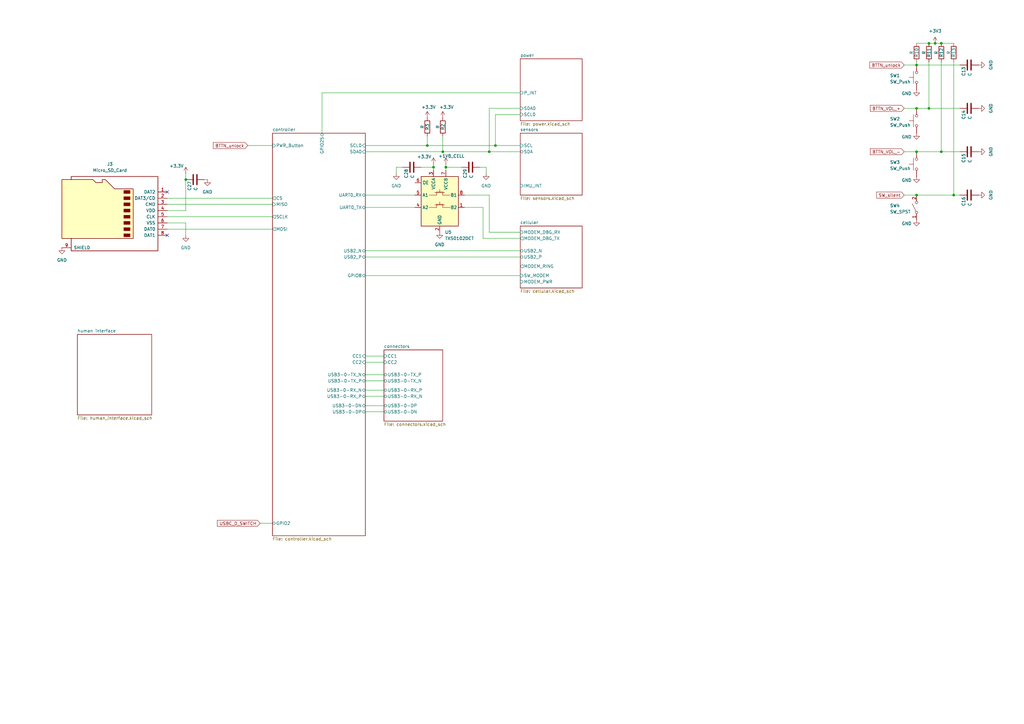
<source format=kicad_sch>
(kicad_sch (version 20250114) (generator "eeschema") (generator_version "9.0")
  (paper "A3")
  (lib_symbols
    (symbol "Connector:Micro_SD_Card" (pin_names (offset 1.016))
      (property "Reference" "J" (at -16.51 15.24 0))
      (property "Value" "Micro_SD_Card" (at 16.51 15.24 0))
      (symbol "Micro_SD_Card_0_1"
        (polyline (pts (xy -8.89 -11.43) (xy -8.89 8.89) (xy -1.27 8.89) (xy 2.54 12.7) (xy 3.81 12.7) (xy 3.81 11.43) (xy 6.35 11.43) (xy 7.62 12.7) (xy 20.32 12.7) (xy 20.32 -11.43) (xy -8.89 -11.43)) (stroke (width 0.254)) (fill (type background)))
        (rectangle (start -7.62 8.255) (end -5.08 6.985) (fill (type outline)))
        (rectangle (start -7.62 5.715) (end -5.08 4.445) (fill (type outline)))
        (rectangle (start -7.62 3.175) (end -5.08 1.905) (fill (type outline)))
        (rectangle (start -7.62 0.635) (end -5.08 -0.635) (fill (type outline)))
        (rectangle (start -7.62 -1.905) (end -5.08 -3.175) (fill (type outline)))
        (rectangle (start -7.62 -4.445) (end -5.08 -5.715) (fill (type outline)))
        (rectangle (start -7.62 -6.985) (end -5.08 -8.255) (fill (type outline)))
        (rectangle (start -7.62 -9.525) (end -5.08 -10.795) (fill (type outline)))
        (polyline (pts (xy 16.51 12.7) (xy 16.51 13.97) (xy -19.05 13.97) (xy -19.05 -16.51) (xy 16.51 -16.51) (xy 16.51 -11.43)) (stroke (width 0.254)))
      )
      (symbol "Micro_SD_Card_1_1"
        (pin bidirectional line (at -22.86 7.62 0) (length 3.81) (name "DAT2") (number "1"))
        (pin bidirectional line (at -22.86 5.08 0) (length 3.81) (name "DAT3/CD") (number "2"))
        (pin input line (at -22.86 2.54 0) (length 3.81) (name "CMD") (number "3"))
        (pin power_in line (at -22.86 0 0) (length 3.81) (name "VDD") (number "4"))
        (pin input line (at -22.86 -2.54 0) (length 3.81) (name "CLK") (number "5"))
        (pin power_in line (at -22.86 -5.08 0) (length 3.81) (name "VSS") (number "6"))
        (pin bidirectional line (at -22.86 -7.62 0) (length 3.81) (name "DAT0") (number "7"))
        (pin bidirectional line (at -22.86 -10.16 0) (length 3.81) (name "DAT1") (number "8"))
        (pin passive line (at 20.32 -15.24 180) (length 3.81) (name "SHIELD") (number "9"))
      )
    )
    (symbol "Device:C" (pin_numbers (hide yes)) (pin_names (offset 0.254))
      (property "Reference" "C" (at 0.635 2.54 0))
      (property "Value" "C" (at 0.635 -2.54 0))
      (symbol "C_0_1"
        (polyline (pts (xy -2.032 0.762) (xy 2.032 0.762)) (stroke (width 0.508)))
        (polyline (pts (xy -2.032 -0.762) (xy 2.032 -0.762)) (stroke (width 0.508)))
      )
      (symbol "C_1_1"
        (pin passive line (at 0 3.81 270) (length 2.794) (name "~") (number "1"))
        (pin passive line (at 0 -3.81 90) (length 2.794) (name "~") (number "2"))
      )
    )
    (symbol "Device:R" (pin_numbers (hide yes)) (pin_names (offset 0))
      (property "Reference" "R" (at 2.032 0 90))
      (property "Value" "R" (at 0 0 90))
      (symbol "R_0_1"
        (rectangle (start -1.016 -2.54) (end 1.016 2.54) (stroke (width 0.254)))
      )
      (symbol "R_1_1"
        (pin passive line (at 0 3.81 270) (length 1.27) (name "~") (number "1"))
        (pin passive line (at 0 -3.81 90) (length 1.27) (name "~") (number "2"))
      )
    )
    (symbol "Logic_LevelTranslator:TXS0102DCT"
      (property "Reference" "U" (at -6.35 11.43 0))
      (property "Value" "TXS0102DCT" (at 3.81 11.43 0))
      (symbol "TXS0102DCT_0_1"
        (rectangle (start -7.62 10.16) (end 7.62 -10.16) (stroke (width 0.254)) (fill (type background)))
        (polyline (pts (xy -4.318 -2.54) (xy -1.27 -2.54)))
        (polyline (pts (xy -2.032 -1.524) (xy 2.032 -1.524)))
        (polyline (pts (xy -1.524 -1.27) (xy 1.524 -1.27)))
        (polyline (pts (xy -1.27 -2.54) (xy -1.27 -1.524)))
        (polyline (pts (xy 0 -1.27) (xy 0 -0.254)))
        (polyline (pts (xy 1.27 -2.54) (xy 1.27 -1.524)))
        (polyline (pts (xy 4.318 -2.54) (xy 1.27 -2.54)))
      )
      (symbol "TXS0102DCT_1_1"
        (polyline (pts (xy -4.318 2.54) (xy -1.27 2.54)))
        (polyline (pts (xy -2.032 3.556) (xy 2.032 3.556)))
        (polyline (pts (xy -1.524 3.81) (xy 1.524 3.81)))
        (polyline (pts (xy -1.27 2.54) (xy -1.27 3.556)))
        (polyline (pts (xy 0 3.81) (xy 0 4.826)))
        (polyline (pts (xy 1.27 2.54) (xy 1.27 3.556)))
        (polyline (pts (xy 4.318 2.54) (xy 1.27 2.54)))
        (pin input line (at -10.16 7.62 0) (length 2.54) (name "OE") (number "6"))
        (pin bidirectional line (at -10.16 2.54 0) (length 2.54) (name "A1") (number "5"))
        (pin bidirectional line (at -10.16 -2.54 0) (length 2.54) (name "A2") (number "4"))
        (pin power_in line (at -2.54 12.7 270) (length 2.54) (name "VCCA") (number "3"))
        (pin power_in line (at 0 -12.7 90) (length 2.54) (name "GND") (number "2"))
        (pin power_in line (at 2.54 12.7 270) (length 2.54) (name "VCCB") (number "7"))
        (pin bidirectional line (at 10.16 2.54 180) (length 2.54) (name "B1") (number "8"))
        (pin bidirectional line (at 10.16 -2.54 180) (length 2.54) (name "B2") (number "1"))
      )
    )
    (symbol "Switch:SW_Push" (pin_numbers (hide yes)) (pin_names (offset 1.016) (hide yes))
      (property "Reference" "SW" (at 1.27 2.54 0))
      (property "Value" "SW_Push" (at 0 -1.524 0))
      (symbol "SW_Push_0_1"
        (circle (center -2.032 0) (radius 0.508))
        (polyline (pts (xy 0 1.27) (xy 0 3.048)))
        (circle (center 2.032 0) (radius 0.508))
        (polyline (pts (xy 2.54 1.27) (xy -2.54 1.27)))
        (pin passive line (at -5.08 0 0) (length 2.54) (name "1") (number "1"))
        (pin passive line (at 5.08 0 180) (length 2.54) (name "2") (number "2"))
      )
    )
    (symbol "Switch:SW_SPST" (pin_names (offset 0) (hide yes))
      (property "Reference" "SW" (at 0 3.175 0))
      (property "Value" "SW_SPST" (at 0 -2.54 0))
      (symbol "SW_SPST_0_0"
        (circle (center -2.032 0) (radius 0.508))
        (polyline (pts (xy -1.524 0.254) (xy 1.524 1.778)))
        (circle (center 2.032 0) (radius 0.508))
      )
      (symbol "SW_SPST_1_1"
        (pin passive line (at -5.08 0 0) (length 2.54) (name "A") (number "1"))
        (pin passive line (at 5.08 0 180) (length 2.54) (name "B") (number "2"))
      )
    )
    (symbol "power:+1V8" (power) (pin_numbers (hide yes)) (pin_names (offset 0) (hide yes))
      (property "Value" "+1V8" (at 0 3.556 0))
      (symbol "+1V8_0_1"
        (polyline (pts (xy -0.762 1.27) (xy 0 2.54)))
        (polyline (pts (xy 0 2.54) (xy 0.762 1.27)))
        (polyline (pts (xy 0 0) (xy 0 2.54)))
      )
      (symbol "+1V8_1_1"
        (pin power_in line (at 0 0 90) (length 0) (name "~") (number "1"))
      )
    )
    (symbol "power:+3.3V" (power) (pin_numbers (hide yes)) (pin_names (offset 0) (hide yes))
      (property "Value" "+3.3V" (at 0 3.556 0))
      (symbol "+3.3V_0_1"
        (polyline (pts (xy -0.762 1.27) (xy 0 2.54)))
        (polyline (pts (xy 0 2.54) (xy 0.762 1.27)))
        (polyline (pts (xy 0 0) (xy 0 2.54)))
      )
      (symbol "+3.3V_1_1"
        (pin power_in line (at 0 0 90) (length 0) (name "~") (number "1"))
      )
    )
    (symbol "power:GND" (power) (pin_numbers (hide yes)) (pin_names (offset 0) (hide yes))
      (property "Value" "GND" (at 0 -3.81 0))
      (symbol "GND_0_1"
        (polyline (pts (xy 0 0) (xy 0 -1.27) (xy 1.27 -1.27) (xy 0 -2.54) (xy -1.27 -1.27) (xy 0 -1.27)))
      )
      (symbol "GND_1_1"
        (pin power_in line (at 0 0 270) (length 0) (name "~") (number "1"))
      )
    )
  )
  (junction (at 381 17.78))
  (junction (at 200.66 62.23))
  (junction (at 386.08 62.23))
  (junction (at 203.2 59.69))
  (junction (at 375.92 26.67))
  (junction (at 182.88 68.58))
  (junction (at 386.08 17.78))
  (junction (at 383.54 17.78))
  (junction (at 375.92 62.23))
  (junction (at 381 44.45))
  (junction (at 375.92 80.01))
  (junction (at 181.61 62.23))
  (junction (at 391.16 80.01))
  (junction (at 76.2 73.66))
  (junction (at 175.26 59.69))
  (junction (at 177.8 68.58))
  (junction (at 375.92 44.45))
  (no_connect (at 68.58 96.52))
  (no_connect (at 68.58 78.74))
  (wire (pts (xy 149.86 160.02) (xy 157.48 160.02)))
  (wire (pts (xy 85.09 73.66) (xy 83.82 73.66)))
  (wire (pts (xy 370.84 80.01) (xy 375.92 80.01)))
  (wire (pts (xy 213.36 46.99) (xy 203.2 46.99)))
  (wire (pts (xy 76.2 96.52) (xy 76.2 91.44)))
  (wire (pts (xy 172.72 68.58) (xy 177.8 68.58)))
  (wire (pts (xy 106.68 214.63) (xy 111.76 214.63)))
  (wire (pts (xy 182.88 68.58) (xy 182.88 69.85)))
  (wire (pts (xy 381 17.78) (xy 383.54 17.78)))
  (wire (pts (xy 101.6 59.69) (xy 111.76 59.69)))
  (wire (pts (xy 386.08 62.23) (xy 386.08 25.4)))
  (wire (pts (xy 381 25.4) (xy 381 44.45)))
  (wire (pts (xy 370.84 62.23) (xy 375.92 62.23)))
  (wire (pts (xy 200.66 44.45) (xy 200.66 62.23)))
  (wire (pts (xy 149.86 146.05) (xy 157.48 146.05)))
  (wire (pts (xy 149.86 153.67) (xy 157.48 153.67)))
  (wire (pts (xy 68.58 81.28) (xy 111.76 81.28)))
  (wire (pts (xy 68.58 88.9) (xy 111.76 88.9)))
  (wire (pts (xy 132.08 38.1) (xy 213.36 38.1)))
  (wire (pts (xy 181.61 55.88) (xy 181.61 62.23)))
  (wire (pts (xy 203.2 59.69) (xy 213.36 59.69)))
  (wire (pts (xy 383.54 17.78) (xy 386.08 17.78)))
  (wire (pts (xy 200.66 95.25) (xy 213.36 95.25)))
  (wire (pts (xy 375.92 17.78) (xy 381 17.78)))
  (wire (pts (xy 386.08 62.23) (xy 393.7 62.23)))
  (wire (pts (xy 76.2 73.66) (xy 76.2 86.36)))
  (wire (pts (xy 149.86 156.21) (xy 157.48 156.21)))
  (wire (pts (xy 177.8 68.58) (xy 177.8 69.85)))
  (wire (pts (xy 149.86 162.56) (xy 157.48 162.56)))
  (wire (pts (xy 68.58 83.82) (xy 111.76 83.82)))
  (wire (pts (xy 375.92 26.67) (xy 375.92 25.4)))
  (wire (pts (xy 198.12 85.09) (xy 190.5 85.09)))
  (wire (pts (xy 190.5 80.01) (xy 200.66 80.01)))
  (wire (pts (xy 68.58 93.98) (xy 111.76 93.98)))
  (wire (pts (xy 76.2 91.44) (xy 68.58 91.44)))
  (wire (pts (xy 393.7 44.45) (xy 381 44.45)))
  (wire (pts (xy 198.12 97.79) (xy 198.12 85.09)))
  (wire (pts (xy 68.58 86.36) (xy 76.2 86.36)))
  (wire (pts (xy 203.2 46.99) (xy 203.2 59.69)))
  (wire (pts (xy 149.86 166.37) (xy 157.48 166.37)))
  (wire (pts (xy 200.66 62.23) (xy 213.36 62.23)))
  (wire (pts (xy 393.7 26.67) (xy 375.92 26.67)))
  (wire (pts (xy 149.86 105.41) (xy 213.36 105.41)))
  (wire (pts (xy 149.86 85.09) (xy 170.18 85.09)))
  (wire (pts (xy 149.86 148.59) (xy 157.48 148.59)))
  (wire (pts (xy 182.88 68.58) (xy 189.23 68.58)))
  (wire (pts (xy 370.84 26.67) (xy 375.92 26.67)))
  (wire (pts (xy 132.08 38.1) (xy 132.08 54.61)))
  (wire (pts (xy 213.36 113.03) (xy 149.86 113.03)))
  (wire (pts (xy 182.88 67.31) (xy 182.88 68.58)))
  (wire (pts (xy 213.36 44.45) (xy 200.66 44.45)))
  (wire (pts (xy 199.39 68.58) (xy 199.39 71.12)))
  (wire (pts (xy 162.56 68.58) (xy 162.56 71.12)))
  (wire (pts (xy 200.66 80.01) (xy 200.66 95.25)))
  (wire (pts (xy 375.92 62.23) (xy 386.08 62.23)))
  (wire (pts (xy 375.92 80.01) (xy 391.16 80.01)))
  (wire (pts (xy 149.86 59.69) (xy 175.26 59.69)))
  (wire (pts (xy 393.7 80.01) (xy 391.16 80.01)))
  (wire (pts (xy 149.86 62.23) (xy 181.61 62.23)))
  (wire (pts (xy 375.92 44.45) (xy 381 44.45)))
  (wire (pts (xy 149.86 102.87) (xy 213.36 102.87)))
  (wire (pts (xy 149.86 80.01) (xy 170.18 80.01)))
  (wire (pts (xy 370.84 44.45) (xy 375.92 44.45)))
  (wire (pts (xy 196.85 68.58) (xy 199.39 68.58)))
  (wire (pts (xy 165.1 68.58) (xy 162.56 68.58)))
  (wire (pts (xy 386.08 17.78) (xy 391.16 17.78)))
  (wire (pts (xy 175.26 55.88) (xy 175.26 59.69)))
  (wire (pts (xy 177.8 67.31) (xy 177.8 68.58)))
  (wire (pts (xy 181.61 62.23) (xy 200.66 62.23)))
  (wire (pts (xy 175.26 59.69) (xy 203.2 59.69)))
  (wire (pts (xy 76.2 73.66) (xy 76.2 71.12)))
  (wire (pts (xy 213.36 97.79) (xy 198.12 97.79)))
  (wire (pts (xy 391.16 25.4) (xy 391.16 80.01)))
  (wire (pts (xy 149.86 168.91) (xy 157.48 168.91)))
  (global_label "SW_silent" (shape input) (at 370.84 80.01 180) (property "Intersheetrefs" "${INTERSHEET_REFS}" (effects (hide yes))))
  (global_label "BTTN_VOL_-" (shape input) (at 370.84 62.23 180) (property "Intersheetrefs" "${INTERSHEET_REFS}" (effects (hide yes))))
  (global_label "BTTN_unlock" (shape input) (at 370.84 26.67 180) (property "Intersheetrefs" "${INTERSHEET_REFS}" (effects (hide yes))))
  (global_label "BTTN_unlock" (shape input) (at 101.6 59.69 180) (property "Intersheetrefs" "${INTERSHEET_REFS}" (effects (hide yes))))
  (global_label "BTTN_VOL_+" (shape input) (at 370.84 44.45 180) (property "Intersheetrefs" "${INTERSHEET_REFS}" (effects (hide yes))))
  (global_label "USBC_D_SWITCH" (shape input) (at 106.68 214.63 180) (property "Intersheetrefs" "${INTERSHEET_REFS}" (effects (hide yes))))
  (symbol (lib_id "power:+3.3V") (at 383.54 17.78 0) (unit 1)
    (property "Reference" "#PWR025" (effects (hide yes)))
    (property "Value" "+3V3" (at 383.54 12.7 0))
    (property "Description" "Power symbol creates a global label with name \"+3.3V\"" (effects (hide yes)))
  )
  (symbol (lib_id "Device:R") (at 181.61 52.07 180) (unit 1)
    (property "Reference" "R2" (at 181.61 52.07 90))
    (property "Value" "R" (at 179.578 52.07 90))
    (property "Footprint" "Resistor_SMD:R_0402_1005Metric" (effects (hide yes)))
    (property "Description" "Resistor" (effects (hide yes)))
  )
  (symbol (lib_id "power:+3.3V") (at 181.61 48.26 0) (mirror y) (unit 1)
    (property "Reference" "#PWR038" (effects (hide yes)))
    (property "Value" "+3.3V" (at 183.134 43.942 0))
    (property "Description" "Power symbol creates a global label with name \"+3.3V\"" (effects (hide yes)))
  )
  (symbol (lib_id "power:GND") (at 401.32 26.67 90) (unit 1)
    (property "Reference" "#PWR033" (effects (hide yes)))
    (property "Value" "GND" (at 406.4 26.67 0))
    (property "Description" "Power symbol creates a global label with name \"GND\" , ground" (effects (hide yes)))
  )
  (symbol (lib_id "power:GND") (at 375.92 90.17 0) (unit 1)
    (property "Reference" "#PWR029" (effects (hide yes)))
    (property "Value" "GND" (at 371.856 91.694 0))
    (property "Description" "Power symbol creates a global label with name \"GND\" , ground" (effects (hide yes)))
  )
  (symbol (lib_id "power:GND") (at 76.2 96.52 0) (unit 1)
    (property "Reference" "#PWR022" (effects (hide yes)))
    (property "Value" "GND" (at 76.2 101.6 0))
    (property "Description" "Power symbol creates a global label with name \"GND\" , ground" (effects (hide yes)))
  )
  (symbol (lib_id "Device:R") (at 386.08 21.59 180) (unit 1)
    (property "Reference" "R12" (at 386.08 21.59 90))
    (property "Value" "R" (at 384.048 21.59 90))
    (property "Footprint" "Resistor_SMD:R_0402_1005Metric" (effects (hide yes)))
    (property "Description" "Resistor" (effects (hide yes)))
  )
  (symbol (lib_id "Switch:SW_Push") (at 375.92 67.31 90) (unit 1)
    (property "Reference" "SW3" (at 364.998 66.548 90) (effects (justify right)))
    (property "Value" "SW_Push" (at 364.998 69.088 90) (effects (justify right)))
    (property "Footprint" "Button_Switch_SMD:SW_SPST_B3U-3100P" (effects (hide yes)))
    (property "Description" "Push button switch, generic, two pins" (effects (hide yes)))
  )
  (symbol (lib_id "power:GND") (at 199.39 71.12 0) (unit 1)
    (property "Reference" "#PWR064" (effects (hide yes)))
    (property "Value" "GND" (at 199.39 76.2 0))
    (property "Description" "Power symbol creates a global label with name \"GND\" , ground" (effects (hide yes)))
  )
  (symbol (lib_id "power:GND") (at 375.92 36.83 0) (unit 1)
    (property "Reference" "#PWR026" (effects (hide yes)))
    (property "Value" "GND" (at 371.856 38.354 0))
    (property "Description" "Power symbol creates a global label with name \"GND\" , ground" (effects (hide yes)))
  )
  (symbol (lib_id "Device:C") (at 397.51 80.01 90) (unit 1)
    (property "Reference" "C16" (at 395.224 84.582 0) (effects (justify left)))
    (property "Value" "C" (at 397.764 84.582 0) (effects (justify left)))
    (property "Footprint" "Capacitor_SMD:C_0402_1005Metric" (effects (hide yes)))
    (property "Description" "Unpolarized capacitor" (effects (hide yes)))
  )
  (symbol (lib_id "Device:R") (at 375.92 21.59 180) (unit 1)
    (property "Reference" "R10" (at 375.92 21.59 90))
    (property "Value" "R" (at 373.888 21.59 90))
    (property "Footprint" "Resistor_SMD:R_0402_1005Metric" (effects (hide yes)))
    (property "Description" "Resistor" (effects (hide yes)))
  )
  (symbol (lib_id "power:GND") (at 85.09 73.66 0) (unit 1)
    (property "Reference" "#PWR053" (effects (hide yes)))
    (property "Value" "GND" (at 85.09 78.74 0))
    (property "Description" "Power symbol creates a global label with name \"GND\" , ground" (effects (hide yes)))
  )
  (symbol (lib_id "power:GND") (at 162.56 71.12 0) (unit 1)
    (property "Reference" "#PWR063" (effects (hide yes)))
    (property "Value" "GND" (at 162.56 76.2 0))
    (property "Description" "Power symbol creates a global label with name \"GND\" , ground" (effects (hide yes)))
  )
  (symbol (lib_id "power:+3.3V") (at 175.26 48.26 0) (mirror y) (unit 1)
    (property "Reference" "#PWR039" (effects (hide yes)))
    (property "Value" "+3.3V" (at 175.768 43.942 0))
    (property "Description" "Power symbol creates a global label with name \"+3.3V\"" (effects (hide yes)))
  )
  (symbol (lib_id "Switch:SW_Push") (at 375.92 31.75 90) (unit 1)
    (property "Reference" "SW1" (at 364.998 30.988 90) (effects (justify right)))
    (property "Value" "SW_Push" (at 364.998 33.528 90) (effects (justify right)))
    (property "Footprint" "Button_Switch_SMD:SW_SPST_B3U-3100P" (effects (hide yes)))
    (property "Description" "Push button switch, generic, two pins" (effects (hide yes)))
  )
  (symbol (lib_id "power:+3.3V") (at 177.8 67.31 0) (unit 1)
    (property "Reference" "#PWR049" (effects (hide yes)))
    (property "Value" "+3.3V" (at 173.99 64.262 0))
    (property "Description" "Power symbol creates a global label with name \"+3.3V\"" (effects (hide yes)))
  )
  (symbol (lib_id "power:+3.3V") (at 76.2 71.12 0) (unit 1)
    (property "Reference" "#PWR011" (effects (hide yes)))
    (property "Value" "+3.3V" (at 72.39 68.072 0))
    (property "Description" "Power symbol creates a global label with name \"+3.3V\"" (effects (hide yes)))
  )
  (symbol (lib_id "Logic_LevelTranslator:TXS0102DCT") (at 180.34 82.55 0) (unit 1)
    (property "Reference" "U5" (at 182.4833 95.25 0) (effects (justify left)))
    (property "Value" "TXS0102DCT" (at 182.4833 97.79 0) (effects (justify left)))
    (property "Footprint" "Package_SO:SSOP-8_2.95x2.8mm_P0.65mm" (effects (hide yes)))
    (property "Datasheet" "http://www.ti.com/lit/gpn/txs0102" (effects (hide yes)))
    (property "Description" "2-Bit Bidirectional Voltage-Level Shifter for Open-Drain and Push-Pull Application, SSOP-8" (effects (hide yes)))
  )
  (symbol (lib_id "Device:C") (at 168.91 68.58 90) (unit 1)
    (property "Reference" "C28" (at 166.624 73.152 0) (effects (justify left)))
    (property "Value" "C" (at 169.164 73.152 0) (effects (justify left)))
    (property "Footprint" "Capacitor_SMD:C_0402_1005Metric" (effects (hide yes)))
    (property "Description" "Unpolarized capacitor" (effects (hide yes)))
  )
  (symbol (lib_id "power:GND") (at 375.92 54.61 0) (unit 1)
    (property "Reference" "#PWR027" (effects (hide yes)))
    (property "Value" "GND" (at 371.856 56.134 0))
    (property "Description" "Power symbol creates a global label with name \"GND\" , ground" (effects (hide yes)))
  )
  (symbol (lib_id "Connector:Micro_SD_Card") (at 45.72 86.36 0) (mirror y) (unit 1)
    (property "Reference" "J3" (at 45.085 67.31 0))
    (property "Value" "Micro_SD_Card" (at 45.085 69.85 0))
    (property "Footprint" "Connector_Card:microSD_HC_Wuerth_693072010801" (effects (hide yes)))
    (property "Datasheet" "https://www.we-online.com/components/products/datasheet/693072010801.pdf" (effects (hide yes)))
    (property "Description" "Micro SD Card Socket" (effects (hide yes)))
  )
  (symbol (lib_id "power:GND") (at 401.32 80.01 90) (unit 1)
    (property "Reference" "#PWR030" (effects (hide yes)))
    (property "Value" "GND" (at 406.4 80.01 0))
    (property "Description" "Power symbol creates a global label with name \"GND\" , ground" (effects (hide yes)))
  )
  (symbol (lib_id "Device:R") (at 391.16 21.59 180) (unit 1)
    (property "Reference" "R13" (at 391.16 21.59 90))
    (property "Value" "R" (at 389.128 21.59 90))
    (property "Footprint" "Resistor_SMD:R_0402_1005Metric" (effects (hide yes)))
    (property "Description" "Resistor" (effects (hide yes)))
  )
  (symbol (lib_id "power:GND") (at 25.4 101.6 0) (unit 1)
    (property "Reference" "#PWR09" (effects (hide yes)))
    (property "Value" "GND" (at 25.4 106.68 0))
    (property "Description" "Power symbol creates a global label with name \"GND\" , ground" (effects (hide yes)))
  )
  (symbol (lib_id "power:+1V8") (at 182.88 67.31 0) (unit 1)
    (property "Reference" "#PWR050" (effects (hide yes)))
    (property "Value" "+1V8_CELL" (at 185.166 64.008 0))
    (property "Description" "Power symbol creates a global label with name \"+1V8\"" (effects (hide yes)))
  )
  (symbol (lib_id "power:GND") (at 401.32 62.23 90) (unit 1)
    (property "Reference" "#PWR031" (effects (hide yes)))
    (property "Value" "GND" (at 406.4 62.23 0))
    (property "Description" "Power symbol creates a global label with name \"GND\" , ground" (effects (hide yes)))
  )
  (symbol (lib_id "Switch:SW_Push") (at 375.92 49.53 90) (unit 1)
    (property "Reference" "SW2" (at 364.998 48.768 90) (effects (justify right)))
    (property "Value" "SW_Push" (at 364.998 51.308 90) (effects (justify right)))
    (property "Footprint" "Button_Switch_SMD:SW_SPST_B3U-3100P" (effects (hide yes)))
    (property "Description" "Push button switch, generic, two pins" (effects (hide yes)))
  )
  (symbol (lib_id "Switch:SW_SPST") (at 375.92 85.09 90) (unit 1)
    (property "Reference" "SW4" (at 364.998 84.328 90) (effects (justify right)))
    (property "Value" "SW_SPST" (at 364.998 86.868 90) (effects (justify right)))
    (property "Footprint" "Button_Switch_SMD:SW_SPDT_PCM12" (effects (hide yes)))
    (property "Description" "Single Pole Single Throw (SPST) switch" (effects (hide yes)))
  )
  (symbol (lib_id "Device:C") (at 397.51 44.45 90) (unit 1)
    (property "Reference" "C14" (at 395.224 49.022 0) (effects (justify left)))
    (property "Value" "C" (at 397.764 49.022 0) (effects (justify left)))
    (property "Footprint" "Capacitor_SMD:C_0402_1005Metric" (effects (hide yes)))
    (property "Description" "Unpolarized capacitor" (effects (hide yes)))
  )
  (symbol (lib_id "Device:R") (at 175.26 52.07 180) (unit 1)
    (property "Reference" "R3" (at 175.26 52.07 90))
    (property "Value" "R" (at 173.228 52.07 90))
    (property "Footprint" "Resistor_SMD:R_0402_1005Metric" (effects (hide yes)))
    (property "Description" "Resistor" (effects (hide yes)))
  )
  (symbol (lib_id "Device:R") (at 381 21.59 180) (unit 1)
    (property "Reference" "R11" (at 381 21.59 90))
    (property "Value" "R" (at 378.968 21.59 90))
    (property "Footprint" "Resistor_SMD:R_0402_1005Metric" (effects (hide yes)))
    (property "Description" "Resistor" (effects (hide yes)))
  )
  (symbol (lib_id "Device:C") (at 397.51 62.23 90) (unit 1)
    (property "Reference" "C15" (at 395.224 66.802 0) (effects (justify left)))
    (property "Value" "C" (at 397.764 66.802 0) (effects (justify left)))
    (property "Footprint" "Capacitor_SMD:C_0402_1005Metric" (effects (hide yes)))
    (property "Description" "Unpolarized capacitor" (effects (hide yes)))
  )
  (symbol (lib_id "power:GND") (at 180.34 95.25 0) (unit 1)
    (property "Reference" "#PWR051" (effects (hide yes)))
    (property "Value" "GND" (at 180.34 100.33 0))
    (property "Description" "Power symbol creates a global label with name \"GND\" , ground" (effects (hide yes)))
  )
  (symbol (lib_id "Device:C") (at 397.51 26.67 90) (unit 1)
    (property "Reference" "C13" (at 395.224 31.242 0) (effects (justify left)))
    (property "Value" "C" (at 397.764 31.242 0) (effects (justify left)))
    (property "Footprint" "Capacitor_SMD:C_0402_1005Metric" (effects (hide yes)))
    (property "Description" "Unpolarized capacitor" (effects (hide yes)))
  )
  (symbol (lib_id "power:GND") (at 401.32 44.45 90) (unit 1)
    (property "Reference" "#PWR032" (effects (hide yes)))
    (property "Value" "GND" (at 406.4 44.45 0))
    (property "Description" "Power symbol creates a global label with name \"GND\" , ground" (effects (hide yes)))
  )
  (symbol (lib_id "Device:C") (at 193.04 68.58 90) (unit 1)
    (property "Reference" "C29" (at 190.754 73.152 0) (effects (justify left)))
    (property "Value" "C" (at 193.294 73.152 0) (effects (justify left)))
    (property "Footprint" "Capacitor_SMD:C_0402_1005Metric" (effects (hide yes)))
    (property "Description" "Unpolarized capacitor" (effects (hide yes)))
  )
  (symbol (lib_id "power:GND") (at 375.92 72.39 0) (unit 1)
    (property "Reference" "#PWR028" (effects (hide yes)))
    (property "Value" "GND" (at 371.856 73.914 0))
    (property "Description" "Power symbol creates a global label with name \"GND\" , ground" (effects (hide yes)))
  )
  (symbol (lib_id "Device:C") (at 80.01 73.66 90) (unit 1)
    (property "Reference" "C27" (at 77.724 78.232 0) (effects (justify left)))
    (property "Value" "C" (at 80.264 78.232 0) (effects (justify left)))
    (property "Footprint" "Capacitor_SMD:C_0402_1005Metric" (effects (hide yes)))
    (property "Description" "Unpolarized capacitor" (effects (hide yes)))
  )
  (sheet (at 213.36 54.61) (size 25.4 25.4) (stroke (width 0.1524))
    (property "Sheetname" "sensors" (at 213.36 53.8984 0) (effects (justify left bottom)))
    (property "Sheetfile" "sensors.kicad_sch" (at 213.36 80.5946 0) (effects (justify left top)))
    (pin "IMU_INT" input (at 213.36 76.2 180))
    (pin "SCL" input (at 213.36 59.69 180))
    (pin "SDA" bidirectional (at 213.36 62.23 180))
  )
  (sheet (at 111.76 54.61) (size 38.1 165.1) (stroke (width 0.1524))
    (property "Sheetname" "controller" (at 111.76 53.8984 0) (effects (justify left bottom)))
    (property "Sheetfile" "controller.kicad_sch" (at 111.76 220.2946 0) (effects (justify left top)))
    (pin "SCL0" input (at 149.86 59.69 0))
    (pin "SDA0" input (at 149.86 62.23 0))
    (pin "USB3-0-DN" bidirectional (at 149.86 166.37 0))
    (pin "USB3-0-RX_N" bidirectional (at 149.86 160.02 0))
    (pin "USB3-0-RX_P" bidirectional (at 149.86 162.56 0))
    (pin "USB3-0-TX_N" bidirectional (at 149.86 153.67 0))
    (pin "USB3-0-TX_P" bidirectional (at 149.86 156.21 0))
    (pin "USB2_N" bidirectional (at 149.86 102.87 0))
    (pin "USB2_P" bidirectional (at 149.86 105.41 0))
    (pin "CC1" input (at 149.86 146.05 0))
    (pin "CC2" input (at 149.86 148.59 0))
    (pin "PWR_Button" input (at 111.76 59.69 180))
    (pin "USB3-0-DP" bidirectional (at 149.86 168.91 0))
    (pin "CS" output (at 111.76 81.28 180))
    (pin "MISO" input (at 111.76 83.82 180))
    (pin "MOSI" output (at 111.76 93.98 180))
    (pin "SCLK" output (at 111.76 88.9 180))
    (pin "UART0_RX" bidirectional (at 149.86 80.01 0))
    (pin "UART0_TX" bidirectional (at 149.86 85.09 0))
    (pin "GPIO2" bidirectional (at 111.76 214.63 180))
    (pin "GPIO8" bidirectional (at 149.86 113.03 0))
    (pin "GPIO25" bidirectional (at 132.08 54.61 90))
  )
  (sheet (at 213.36 24.13) (size 25.4 25.4) (stroke (width 0.1524))
    (property "Sheetname" "power" (at 213.36 23.4184 0) (effects (justify left bottom)))
    (property "Sheetfile" "power.kicad_sch" (at 213.36 50.1146 0) (effects (justify left top)))
    (pin "SCL0" input (at 213.36 46.99 180))
    (pin "SDA0" input (at 213.36 44.45 180))
    (pin "P_INT" input (at 213.36 38.1 180))
  )
  (sheet (at 31.75 137.16) (size 30.48 33.02) (stroke (width 0.1524))
    (property "Sheetname" "human interface" (at 31.75 136.4484 0) (effects (justify left bottom)))
    (property "Sheetfile" "human_interface.kicad_sch" (at 31.75 170.7646 0) (effects (justify left top)))
  )
  (sheet (at 157.48 143.51) (size 24.13 29.21) (stroke (width 0.1524))
    (property "Sheetname" "connectors" (at 157.48 142.7984 0) (effects (justify left bottom)))
    (property "Sheetfile" "connectors.kicad_sch" (at 157.48 173.3046 0) (effects (justify left top)))
    (pin "CC1" input (at 157.48 146.05 180))
    (pin "CC2" input (at 157.48 148.59 180))
    (pin "USB3-0-DN" bidirectional (at 157.48 168.91 180))
    (pin "USB3-0-DP" bidirectional (at 157.48 166.37 180))
    (pin "USB3-0-RX_N" bidirectional (at 157.48 162.56 180))
    (pin "USB3-0-RX_P" bidirectional (at 157.48 160.02 180))
    (pin "USB3-0-TX_N" bidirectional (at 157.48 156.21 180))
    (pin "USB3-0-TX_P" bidirectional (at 157.48 153.67 180))
  )
  (sheet (at 213.36 92.71) (size 25.4 25.4) (stroke (width 0.1524))
    (property "Sheetname" "cellular" (at 213.36 91.9984 0) (effects (justify left bottom)))
    (property "Sheetfile" "cellular.kicad_sch" (at 213.36 118.6946 0) (effects (justify left top)))
    (pin "MODEM_DBG_RX" input (at 213.36 95.25 180))
    (pin "MODEM_DBG_TX" output (at 213.36 97.79 180))
    (pin "MODEM_PWR" input (at 213.36 115.57 180))
    (pin "MODEM_RING" output (at 213.36 109.22 180))
    (pin "SW_MODEM" input (at 213.36 113.03 180))
    (pin "USB2_N" bidirectional (at 213.36 102.87 180))
    (pin "USB2_P" bidirectional (at 213.36 105.41 180))
  )
)
</source>
